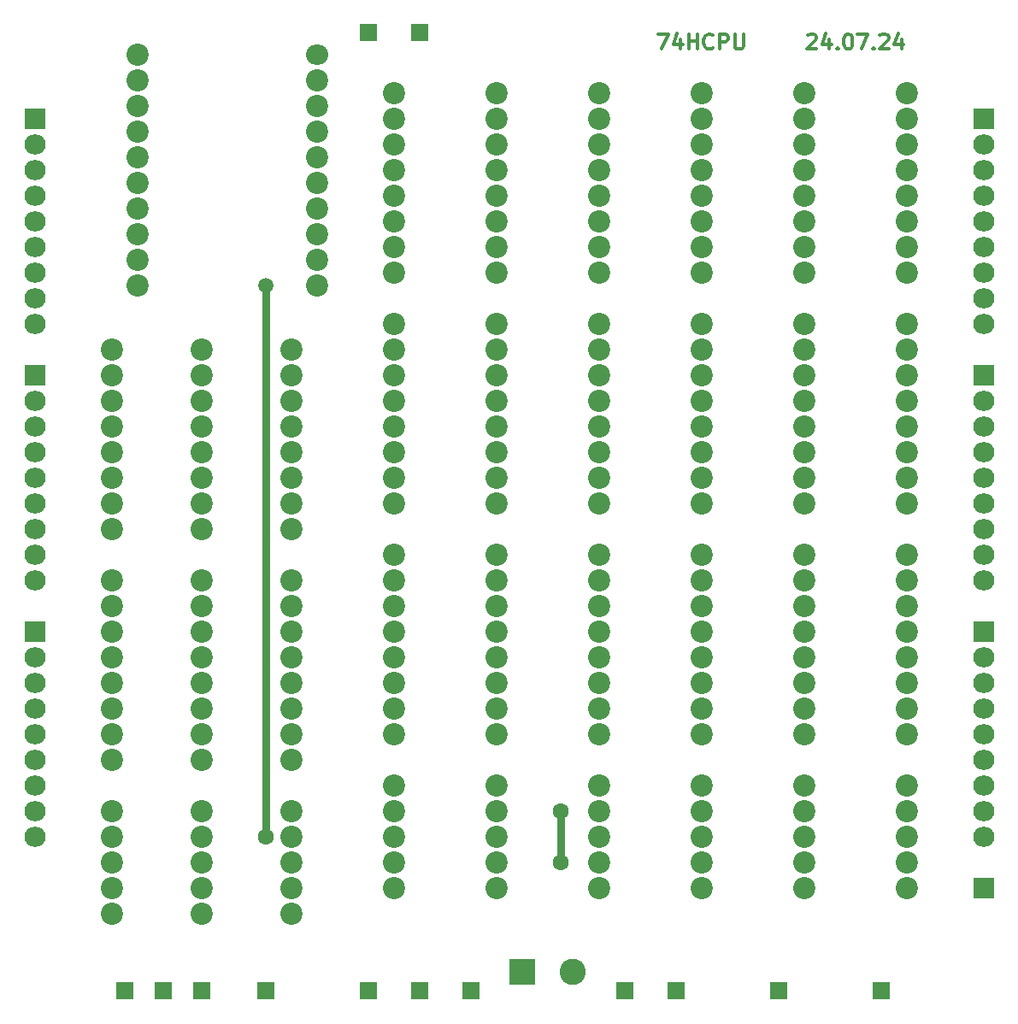
<source format=gbr>
%TF.GenerationSoftware,KiCad,Pcbnew,(5.1.8)-1*%
%TF.CreationDate,2024-07-24T00:58:39+03:00*%
%TF.ProjectId,ALU,414c552e-6b69-4636-9164-5f7063625858,rev?*%
%TF.SameCoordinates,Original*%
%TF.FileFunction,Copper,L1,Top*%
%TF.FilePolarity,Positive*%
%FSLAX46Y46*%
G04 Gerber Fmt 4.6, Leading zero omitted, Abs format (unit mm)*
G04 Created by KiCad (PCBNEW (5.1.8)-1) date 2024-07-24 00:58:39*
%MOMM*%
%LPD*%
G01*
G04 APERTURE LIST*
%TA.AperFunction,NonConductor*%
%ADD10C,0.300000*%
%TD*%
%TA.AperFunction,ComponentPad*%
%ADD11C,2.200000*%
%TD*%
%TA.AperFunction,ComponentPad*%
%ADD12R,1.700000X1.700000*%
%TD*%
%TA.AperFunction,ComponentPad*%
%ADD13O,2.200000X2.000000*%
%TD*%
%TA.AperFunction,ComponentPad*%
%ADD14O,2.100000X2.000000*%
%TD*%
%TA.AperFunction,ComponentPad*%
%ADD15R,2.100000X2.000000*%
%TD*%
%TA.AperFunction,ComponentPad*%
%ADD16R,2.600000X2.600000*%
%TD*%
%TA.AperFunction,ComponentPad*%
%ADD17C,2.600000*%
%TD*%
%TA.AperFunction,ViaPad*%
%ADD18C,1.600000*%
%TD*%
%TA.AperFunction,ViaPad*%
%ADD19C,1.500000*%
%TD*%
%TA.AperFunction,Conductor*%
%ADD20C,0.800000*%
%TD*%
G04 APERTURE END LIST*
D10*
X91805714Y-15831428D02*
X91877142Y-15760000D01*
X92020000Y-15688571D01*
X92377142Y-15688571D01*
X92520000Y-15760000D01*
X92591428Y-15831428D01*
X92662857Y-15974285D01*
X92662857Y-16117142D01*
X92591428Y-16331428D01*
X91734285Y-17188571D01*
X92662857Y-17188571D01*
X93948571Y-16188571D02*
X93948571Y-17188571D01*
X93591428Y-15617142D02*
X93234285Y-16688571D01*
X94162857Y-16688571D01*
X94734285Y-17045714D02*
X94805714Y-17117142D01*
X94734285Y-17188571D01*
X94662857Y-17117142D01*
X94734285Y-17045714D01*
X94734285Y-17188571D01*
X95734285Y-15688571D02*
X95877142Y-15688571D01*
X96020000Y-15760000D01*
X96091428Y-15831428D01*
X96162857Y-15974285D01*
X96234285Y-16260000D01*
X96234285Y-16617142D01*
X96162857Y-16902857D01*
X96091428Y-17045714D01*
X96020000Y-17117142D01*
X95877142Y-17188571D01*
X95734285Y-17188571D01*
X95591428Y-17117142D01*
X95520000Y-17045714D01*
X95448571Y-16902857D01*
X95377142Y-16617142D01*
X95377142Y-16260000D01*
X95448571Y-15974285D01*
X95520000Y-15831428D01*
X95591428Y-15760000D01*
X95734285Y-15688571D01*
X96734285Y-15688571D02*
X97734285Y-15688571D01*
X97091428Y-17188571D01*
X98305714Y-17045714D02*
X98377142Y-17117142D01*
X98305714Y-17188571D01*
X98234285Y-17117142D01*
X98305714Y-17045714D01*
X98305714Y-17188571D01*
X98948571Y-15831428D02*
X99020000Y-15760000D01*
X99162857Y-15688571D01*
X99520000Y-15688571D01*
X99662857Y-15760000D01*
X99734285Y-15831428D01*
X99805714Y-15974285D01*
X99805714Y-16117142D01*
X99734285Y-16331428D01*
X98877142Y-17188571D01*
X99805714Y-17188571D01*
X101091428Y-16188571D02*
X101091428Y-17188571D01*
X100734285Y-15617142D02*
X100377142Y-16688571D01*
X101305714Y-16688571D01*
X76994285Y-15688571D02*
X77994285Y-15688571D01*
X77351428Y-17188571D01*
X79208571Y-16188571D02*
X79208571Y-17188571D01*
X78851428Y-15617142D02*
X78494285Y-16688571D01*
X79422857Y-16688571D01*
X79994285Y-17188571D02*
X79994285Y-15688571D01*
X79994285Y-16402857D02*
X80851428Y-16402857D01*
X80851428Y-17188571D02*
X80851428Y-15688571D01*
X82422857Y-17045714D02*
X82351428Y-17117142D01*
X82137142Y-17188571D01*
X81994285Y-17188571D01*
X81780000Y-17117142D01*
X81637142Y-16974285D01*
X81565714Y-16831428D01*
X81494285Y-16545714D01*
X81494285Y-16331428D01*
X81565714Y-16045714D01*
X81637142Y-15902857D01*
X81780000Y-15760000D01*
X81994285Y-15688571D01*
X82137142Y-15688571D01*
X82351428Y-15760000D01*
X82422857Y-15831428D01*
X83065714Y-17188571D02*
X83065714Y-15688571D01*
X83637142Y-15688571D01*
X83780000Y-15760000D01*
X83851428Y-15831428D01*
X83922857Y-15974285D01*
X83922857Y-16188571D01*
X83851428Y-16331428D01*
X83780000Y-16402857D01*
X83637142Y-16474285D01*
X83065714Y-16474285D01*
X84565714Y-15688571D02*
X84565714Y-16902857D01*
X84637142Y-17045714D01*
X84708571Y-17117142D01*
X84851428Y-17188571D01*
X85137142Y-17188571D01*
X85280000Y-17117142D01*
X85351428Y-17045714D01*
X85422857Y-16902857D01*
X85422857Y-15688571D01*
D11*
%TO.P,U9,21*%
%TO.N,Net-(U9-Pad21)*%
X22860000Y-102870000D03*
%TO.P,U9,20*%
%TO.N,/~RSRV*%
X22860000Y-100330000D03*
%TO.P,U9,19*%
%TO.N,GND*%
X22860000Y-97790000D03*
%TO.P,U9,18*%
%TO.N,VCC*%
X22860000Y-95250000D03*
%TO.P,U9,17*%
%TO.N,/Latch*%
X22860000Y-92710000D03*
%TO.P,U9,16*%
%TO.N,/O7*%
X22860000Y-87630000D03*
%TO.P,U9,15*%
%TO.N,/O6*%
X22860000Y-85090000D03*
%TO.P,U9,14*%
%TO.N,/O5*%
X22860000Y-82550000D03*
%TO.P,U9,13*%
%TO.N,/O4*%
X22860000Y-80010000D03*
%TO.P,U9,12*%
%TO.N,/O3*%
X22860000Y-77470000D03*
%TO.P,U9,11*%
%TO.N,/O2*%
X22860000Y-74930000D03*
%TO.P,U9,10*%
%TO.N,/O1*%
X22860000Y-72390000D03*
%TO.P,U9,9*%
%TO.N,/O0*%
X22860000Y-69850000D03*
%TO.P,U9,8*%
%TO.N,/A7*%
X22860000Y-64770000D03*
%TO.P,U9,7*%
%TO.N,/A6*%
X22860000Y-62230000D03*
%TO.P,U9,6*%
%TO.N,/A5*%
X22860000Y-59690000D03*
%TO.P,U9,5*%
%TO.N,/A4*%
X22860000Y-57150000D03*
%TO.P,U9,4*%
%TO.N,/A3*%
X22860000Y-54610000D03*
%TO.P,U9,3*%
%TO.N,/A2*%
X22860000Y-52070000D03*
%TO.P,U9,2*%
%TO.N,/A1*%
X22860000Y-49530000D03*
%TO.P,U9,1*%
%TO.N,/A0*%
X22860000Y-46990000D03*
%TD*%
D12*
%TO.P,J14,1*%
%TO.N,/INVH*%
X53340000Y-15557500D03*
%TD*%
%TO.P,J13,1*%
%TO.N,/INVL*%
X48260000Y-15557500D03*
%TD*%
%TO.P,J12,1*%
%TO.N,/~RSRV*%
X24130000Y-110490000D03*
%TD*%
D13*
%TO.P,U10,20*%
%TO.N,VCC*%
X43180000Y-17780000D03*
D11*
%TO.P,U10,19*%
%TO.N,/B0*%
X43180000Y-20320000D03*
%TO.P,U10,18*%
%TO.N,/B1*%
X43180000Y-22860000D03*
%TO.P,U10,17*%
%TO.N,/B2*%
X43180000Y-25400000D03*
%TO.P,U10,16*%
%TO.N,/B3*%
X43180000Y-27940000D03*
%TO.P,U10,15*%
%TO.N,/B4*%
X43180000Y-30480000D03*
%TO.P,U10,14*%
%TO.N,/B5*%
X43180000Y-33020000D03*
%TO.P,U10,13*%
%TO.N,/B6*%
X43180000Y-35560000D03*
%TO.P,U10,12*%
%TO.N,/B7*%
X43180000Y-38100000D03*
%TO.P,U10,11*%
%TO.N,/INVH*%
X43180000Y-40640000D03*
%TO.P,U10,10*%
%TO.N,GND*%
X25400000Y-40640000D03*
%TO.P,U10,9*%
%TO.N,/B7'*%
X25400000Y-38100000D03*
%TO.P,U10,8*%
%TO.N,/B6'*%
X25400000Y-35560000D03*
%TO.P,U10,7*%
%TO.N,/B5'*%
X25400000Y-33020000D03*
%TO.P,U10,6*%
%TO.N,/B4'*%
X25400000Y-30480000D03*
%TO.P,U10,5*%
%TO.N,/B3'*%
X25400000Y-27940000D03*
%TO.P,U10,4*%
%TO.N,/B2'*%
X25400000Y-25400000D03*
%TO.P,U10,3*%
%TO.N,/B1'*%
X25400000Y-22860000D03*
%TO.P,U10,2*%
%TO.N,/B0'*%
X25400000Y-20320000D03*
%TO.P,U10,1*%
%TO.N,/INVL*%
X25400000Y-17780000D03*
%TD*%
D12*
%TO.P,J11,1*%
%TO.N,/~SWAP*%
X38100000Y-110490000D03*
%TD*%
D14*
%TO.P,J10,9*%
%TO.N,/O7*%
X109220000Y-95250000D03*
%TO.P,J10,8*%
%TO.N,/O6*%
X109220000Y-92710000D03*
%TO.P,J10,7*%
%TO.N,/O5*%
X109220000Y-90170000D03*
%TO.P,J10,6*%
%TO.N,/O4*%
X109220000Y-87630000D03*
%TO.P,J10,5*%
%TO.N,/O3*%
X109220000Y-85090000D03*
%TO.P,J10,4*%
%TO.N,/O2*%
X109220000Y-82550000D03*
%TO.P,J10,3*%
%TO.N,/O1*%
X109220000Y-80010000D03*
%TO.P,J10,2*%
%TO.N,/O0*%
X109220000Y-77470000D03*
D15*
%TO.P,J10,1*%
%TO.N,GND*%
X109220000Y-74930000D03*
%TD*%
D14*
%TO.P,J9,9*%
%TO.N,/A7*%
X109220000Y-69850000D03*
%TO.P,J9,8*%
%TO.N,/A6*%
X109220000Y-67310000D03*
%TO.P,J9,7*%
%TO.N,/A5*%
X109220000Y-64770000D03*
%TO.P,J9,6*%
%TO.N,/A4*%
X109220000Y-62230000D03*
%TO.P,J9,5*%
%TO.N,/A3*%
X109220000Y-59690000D03*
%TO.P,J9,4*%
%TO.N,/A2*%
X109220000Y-57150000D03*
%TO.P,J9,3*%
%TO.N,/A1*%
X109220000Y-54610000D03*
%TO.P,J9,2*%
%TO.N,/A0*%
X109220000Y-52070000D03*
D15*
%TO.P,J9,1*%
%TO.N,GND*%
X109220000Y-49530000D03*
%TD*%
D14*
%TO.P,J8,9*%
%TO.N,/B7*%
X109220000Y-44450000D03*
%TO.P,J8,8*%
%TO.N,/B6*%
X109220000Y-41910000D03*
%TO.P,J8,7*%
%TO.N,/B5*%
X109220000Y-39370000D03*
%TO.P,J8,6*%
%TO.N,/B4*%
X109220000Y-36830000D03*
%TO.P,J8,5*%
%TO.N,/B3*%
X109220000Y-34290000D03*
%TO.P,J8,4*%
%TO.N,/B2*%
X109220000Y-31750000D03*
%TO.P,J8,3*%
%TO.N,/B1*%
X109220000Y-29210000D03*
%TO.P,J8,2*%
%TO.N,/B0*%
X109220000Y-26670000D03*
D15*
%TO.P,J8,1*%
%TO.N,GND*%
X109220000Y-24130000D03*
%TD*%
D11*
%TO.P,U8,21*%
%TO.N,Net-(U8-Pad21)*%
X40640000Y-102870000D03*
%TO.P,U8,20*%
%TO.N,/~SWAP*%
X40640000Y-100330000D03*
%TO.P,U8,19*%
%TO.N,GND*%
X40640000Y-97790000D03*
%TO.P,U8,18*%
%TO.N,VCC*%
X40640000Y-95250000D03*
%TO.P,U8,17*%
%TO.N,/Latch*%
X40640000Y-92710000D03*
%TO.P,U8,16*%
%TO.N,/O7*%
X40640000Y-87630000D03*
%TO.P,U8,15*%
%TO.N,/O6*%
X40640000Y-85090000D03*
%TO.P,U8,14*%
%TO.N,/O5*%
X40640000Y-82550000D03*
%TO.P,U8,13*%
%TO.N,/O4*%
X40640000Y-80010000D03*
%TO.P,U8,12*%
%TO.N,/O3*%
X40640000Y-77470000D03*
%TO.P,U8,11*%
%TO.N,/O2*%
X40640000Y-74930000D03*
%TO.P,U8,10*%
%TO.N,/O1*%
X40640000Y-72390000D03*
%TO.P,U8,9*%
%TO.N,/O0*%
X40640000Y-69850000D03*
%TO.P,U8,8*%
%TO.N,/A7*%
X40640000Y-64770000D03*
%TO.P,U8,7*%
%TO.N,/A6*%
X40640000Y-62230000D03*
%TO.P,U8,6*%
%TO.N,/A5*%
X40640000Y-59690000D03*
%TO.P,U8,5*%
%TO.N,/A4*%
X40640000Y-57150000D03*
%TO.P,U8,4*%
%TO.N,/A3*%
X40640000Y-54610000D03*
%TO.P,U8,3*%
%TO.N,/A2*%
X40640000Y-52070000D03*
%TO.P,U8,2*%
%TO.N,/A1*%
X40640000Y-49530000D03*
%TO.P,U8,1*%
%TO.N,/A0*%
X40640000Y-46990000D03*
%TD*%
D12*
%TO.P,J6,1*%
%TO.N,/UseCF2*%
X27940000Y-110490000D03*
%TD*%
%TO.P,J5,1*%
%TO.N,/~LSRx*%
X31750000Y-110490000D03*
%TD*%
D11*
%TO.P,U5,29*%
%TO.N,Net-(U5-Pad29)*%
X91440000Y-100330000D03*
%TO.P,U5,28*%
%TO.N,/CMP.Expand*%
X91440000Y-97790000D03*
%TO.P,U5,27*%
%TO.N,GND*%
X91440000Y-95250000D03*
%TO.P,U5,26*%
%TO.N,VCC*%
X91440000Y-92710000D03*
%TO.P,U5,25*%
%TO.N,/Latch*%
X91440000Y-90170000D03*
%TO.P,U5,24*%
%TO.N,/O7*%
X91440000Y-85090000D03*
%TO.P,U5,23*%
%TO.N,/O6*%
X91440000Y-82550000D03*
%TO.P,U5,22*%
%TO.N,/O5*%
X91440000Y-80010000D03*
%TO.P,U5,21*%
%TO.N,/O4*%
X91440000Y-77470000D03*
%TO.P,U5,20*%
%TO.N,/O3*%
X91440000Y-74930000D03*
%TO.P,U5,19*%
%TO.N,/O2*%
X91440000Y-72390000D03*
%TO.P,U5,18*%
%TO.N,/O1*%
X91440000Y-69850000D03*
%TO.P,U5,17*%
%TO.N,/O0*%
X91440000Y-67310000D03*
%TO.P,U5,16*%
%TO.N,/A7*%
X91440000Y-62230000D03*
%TO.P,U5,15*%
%TO.N,/A6*%
X91440000Y-59690000D03*
%TO.P,U5,14*%
%TO.N,/A5*%
X91440000Y-57150000D03*
%TO.P,U5,13*%
%TO.N,/A4*%
X91440000Y-54610000D03*
%TO.P,U5,12*%
%TO.N,/A3*%
X91440000Y-52070000D03*
%TO.P,U5,11*%
%TO.N,/A2*%
X91440000Y-49530000D03*
%TO.P,U5,10*%
%TO.N,/A1*%
X91440000Y-46990000D03*
%TO.P,U5,9*%
%TO.N,/A0*%
X91440000Y-44450000D03*
%TO.P,U5,8*%
%TO.N,/B7*%
X91440000Y-39370000D03*
%TO.P,U5,7*%
%TO.N,/B6*%
X91440000Y-36830000D03*
%TO.P,U5,6*%
%TO.N,/B5*%
X91440000Y-34290000D03*
%TO.P,U5,5*%
%TO.N,/B4*%
X91440000Y-31750000D03*
%TO.P,U5,4*%
%TO.N,/B3*%
X91440000Y-29210000D03*
%TO.P,U5,3*%
%TO.N,/B2*%
X91440000Y-26670000D03*
%TO.P,U5,2*%
%TO.N,/B1*%
X91440000Y-24130000D03*
%TO.P,U5,1*%
%TO.N,/B0*%
X91440000Y-21590000D03*
%TD*%
D16*
%TO.P,J7,1*%
%TO.N,GND*%
X63500000Y-108585000D03*
D17*
%TO.P,J7,2*%
%TO.N,Net-(J7-Pad2)*%
X68500000Y-108585000D03*
%TD*%
D11*
%TO.P,U1,1*%
%TO.N,/B0*%
X50800000Y-21590000D03*
%TO.P,U1,2*%
%TO.N,/B1*%
X50800000Y-24130000D03*
%TO.P,U1,3*%
%TO.N,/B2*%
X50800000Y-26670000D03*
%TO.P,U1,4*%
%TO.N,/B3*%
X50800000Y-29210000D03*
%TO.P,U1,5*%
%TO.N,/B4*%
X50800000Y-31750000D03*
%TO.P,U1,6*%
%TO.N,/B5*%
X50800000Y-34290000D03*
%TO.P,U1,7*%
%TO.N,/B6*%
X50800000Y-36830000D03*
%TO.P,U1,8*%
%TO.N,/B7*%
X50800000Y-39370000D03*
%TO.P,U1,9*%
%TO.N,/A0*%
X50800000Y-44450000D03*
%TO.P,U1,10*%
%TO.N,/A1*%
X50800000Y-46990000D03*
%TO.P,U1,11*%
%TO.N,/A2*%
X50800000Y-49530000D03*
%TO.P,U1,12*%
%TO.N,/A3*%
X50800000Y-52070000D03*
%TO.P,U1,13*%
%TO.N,/A4*%
X50800000Y-54610000D03*
%TO.P,U1,14*%
%TO.N,/A5*%
X50800000Y-57150000D03*
%TO.P,U1,15*%
%TO.N,/A6*%
X50800000Y-59690000D03*
%TO.P,U1,16*%
%TO.N,/A7*%
X50800000Y-62230000D03*
%TO.P,U1,17*%
%TO.N,/O0*%
X50800000Y-67310000D03*
%TO.P,U1,18*%
%TO.N,/O1*%
X50800000Y-69850000D03*
%TO.P,U1,19*%
%TO.N,/O2*%
X50800000Y-72390000D03*
%TO.P,U1,20*%
%TO.N,/O3*%
X50800000Y-74930000D03*
%TO.P,U1,21*%
%TO.N,/O4*%
X50800000Y-77470000D03*
%TO.P,U1,22*%
%TO.N,/O5*%
X50800000Y-80010000D03*
%TO.P,U1,23*%
%TO.N,/O6*%
X50800000Y-82550000D03*
%TO.P,U1,24*%
%TO.N,/O7*%
X50800000Y-85090000D03*
%TO.P,U1,25*%
%TO.N,/Latch*%
X50800000Y-90170000D03*
%TO.P,U1,26*%
%TO.N,VCC*%
X50800000Y-92710000D03*
%TO.P,U1,27*%
%TO.N,GND*%
X50800000Y-95250000D03*
%TO.P,U1,28*%
%TO.N,/UseCF*%
X50800000Y-97790000D03*
%TO.P,U1,29*%
%TO.N,/~ADDx*%
X50800000Y-100330000D03*
%TD*%
%TO.P,U2,29*%
%TO.N,Net-(U2-Pad29)*%
X60960000Y-100330000D03*
%TO.P,U2,28*%
%TO.N,/~AND*%
X60960000Y-97790000D03*
%TO.P,U2,27*%
%TO.N,GND*%
X60960000Y-95250000D03*
%TO.P,U2,26*%
%TO.N,VCC*%
X60960000Y-92710000D03*
%TO.P,U2,25*%
%TO.N,/Latch*%
X60960000Y-90170000D03*
%TO.P,U2,24*%
%TO.N,/O7*%
X60960000Y-85090000D03*
%TO.P,U2,23*%
%TO.N,/O6*%
X60960000Y-82550000D03*
%TO.P,U2,22*%
%TO.N,/O5*%
X60960000Y-80010000D03*
%TO.P,U2,21*%
%TO.N,/O4*%
X60960000Y-77470000D03*
%TO.P,U2,20*%
%TO.N,/O3*%
X60960000Y-74930000D03*
%TO.P,U2,19*%
%TO.N,/O2*%
X60960000Y-72390000D03*
%TO.P,U2,18*%
%TO.N,/O1*%
X60960000Y-69850000D03*
%TO.P,U2,17*%
%TO.N,/O0*%
X60960000Y-67310000D03*
%TO.P,U2,16*%
%TO.N,/A7*%
X60960000Y-62230000D03*
%TO.P,U2,15*%
%TO.N,/A6*%
X60960000Y-59690000D03*
%TO.P,U2,14*%
%TO.N,/A5*%
X60960000Y-57150000D03*
%TO.P,U2,13*%
%TO.N,/A4*%
X60960000Y-54610000D03*
%TO.P,U2,12*%
%TO.N,/A3*%
X60960000Y-52070000D03*
%TO.P,U2,11*%
%TO.N,/A2*%
X60960000Y-49530000D03*
%TO.P,U2,10*%
%TO.N,/A1*%
X60960000Y-46990000D03*
%TO.P,U2,9*%
%TO.N,/A0*%
X60960000Y-44450000D03*
%TO.P,U2,8*%
%TO.N,/B7*%
X60960000Y-39370000D03*
%TO.P,U2,7*%
%TO.N,/B6*%
X60960000Y-36830000D03*
%TO.P,U2,6*%
%TO.N,/B5*%
X60960000Y-34290000D03*
%TO.P,U2,5*%
%TO.N,/B4*%
X60960000Y-31750000D03*
%TO.P,U2,4*%
%TO.N,/B3*%
X60960000Y-29210000D03*
%TO.P,U2,3*%
%TO.N,/B2*%
X60960000Y-26670000D03*
%TO.P,U2,2*%
%TO.N,/B1*%
X60960000Y-24130000D03*
%TO.P,U2,1*%
%TO.N,/B0*%
X60960000Y-21590000D03*
%TD*%
%TO.P,U3,1*%
%TO.N,/B0*%
X71120000Y-21590000D03*
%TO.P,U3,2*%
%TO.N,/B1*%
X71120000Y-24130000D03*
%TO.P,U3,3*%
%TO.N,/B2*%
X71120000Y-26670000D03*
%TO.P,U3,4*%
%TO.N,/B3*%
X71120000Y-29210000D03*
%TO.P,U3,5*%
%TO.N,/B4*%
X71120000Y-31750000D03*
%TO.P,U3,6*%
%TO.N,/B5*%
X71120000Y-34290000D03*
%TO.P,U3,7*%
%TO.N,/B6*%
X71120000Y-36830000D03*
%TO.P,U3,8*%
%TO.N,/B7*%
X71120000Y-39370000D03*
%TO.P,U3,9*%
%TO.N,/A0*%
X71120000Y-44450000D03*
%TO.P,U3,10*%
%TO.N,/A1*%
X71120000Y-46990000D03*
%TO.P,U3,11*%
%TO.N,/A2*%
X71120000Y-49530000D03*
%TO.P,U3,12*%
%TO.N,/A3*%
X71120000Y-52070000D03*
%TO.P,U3,13*%
%TO.N,/A4*%
X71120000Y-54610000D03*
%TO.P,U3,14*%
%TO.N,/A5*%
X71120000Y-57150000D03*
%TO.P,U3,15*%
%TO.N,/A6*%
X71120000Y-59690000D03*
%TO.P,U3,16*%
%TO.N,/A7*%
X71120000Y-62230000D03*
%TO.P,U3,17*%
%TO.N,/O0*%
X71120000Y-67310000D03*
%TO.P,U3,18*%
%TO.N,/O1*%
X71120000Y-69850000D03*
%TO.P,U3,19*%
%TO.N,/O2*%
X71120000Y-72390000D03*
%TO.P,U3,20*%
%TO.N,/O3*%
X71120000Y-74930000D03*
%TO.P,U3,21*%
%TO.N,/O4*%
X71120000Y-77470000D03*
%TO.P,U3,22*%
%TO.N,/O5*%
X71120000Y-80010000D03*
%TO.P,U3,23*%
%TO.N,/O6*%
X71120000Y-82550000D03*
%TO.P,U3,24*%
%TO.N,/O7*%
X71120000Y-85090000D03*
%TO.P,U3,25*%
%TO.N,/Latch*%
X71120000Y-90170000D03*
%TO.P,U3,26*%
%TO.N,VCC*%
X71120000Y-92710000D03*
%TO.P,U3,27*%
%TO.N,GND*%
X71120000Y-95250000D03*
%TO.P,U3,28*%
%TO.N,/~OR*%
X71120000Y-97790000D03*
%TO.P,U3,29*%
%TO.N,Net-(U3-Pad29)*%
X71120000Y-100330000D03*
%TD*%
%TO.P,U4,1*%
%TO.N,/B0*%
X81280000Y-21590000D03*
%TO.P,U4,2*%
%TO.N,/B1*%
X81280000Y-24130000D03*
%TO.P,U4,3*%
%TO.N,/B2*%
X81280000Y-26670000D03*
%TO.P,U4,4*%
%TO.N,/B3*%
X81280000Y-29210000D03*
%TO.P,U4,5*%
%TO.N,/B4*%
X81280000Y-31750000D03*
%TO.P,U4,6*%
%TO.N,/B5*%
X81280000Y-34290000D03*
%TO.P,U4,7*%
%TO.N,/B6*%
X81280000Y-36830000D03*
%TO.P,U4,8*%
%TO.N,/B7*%
X81280000Y-39370000D03*
%TO.P,U4,9*%
%TO.N,/A0*%
X81280000Y-44450000D03*
%TO.P,U4,10*%
%TO.N,/A1*%
X81280000Y-46990000D03*
%TO.P,U4,11*%
%TO.N,/A2*%
X81280000Y-49530000D03*
%TO.P,U4,12*%
%TO.N,/A3*%
X81280000Y-52070000D03*
%TO.P,U4,13*%
%TO.N,/A4*%
X81280000Y-54610000D03*
%TO.P,U4,14*%
%TO.N,/A5*%
X81280000Y-57150000D03*
%TO.P,U4,15*%
%TO.N,/A6*%
X81280000Y-59690000D03*
%TO.P,U4,16*%
%TO.N,/A7*%
X81280000Y-62230000D03*
%TO.P,U4,17*%
%TO.N,/O0*%
X81280000Y-67310000D03*
%TO.P,U4,18*%
%TO.N,/O1*%
X81280000Y-69850000D03*
%TO.P,U4,19*%
%TO.N,/O2*%
X81280000Y-72390000D03*
%TO.P,U4,20*%
%TO.N,/O3*%
X81280000Y-74930000D03*
%TO.P,U4,21*%
%TO.N,/O4*%
X81280000Y-77470000D03*
%TO.P,U4,22*%
%TO.N,/O5*%
X81280000Y-80010000D03*
%TO.P,U4,23*%
%TO.N,/O6*%
X81280000Y-82550000D03*
%TO.P,U4,24*%
%TO.N,/O7*%
X81280000Y-85090000D03*
%TO.P,U4,25*%
%TO.N,/Latch*%
X81280000Y-90170000D03*
%TO.P,U4,26*%
%TO.N,VCC*%
X81280000Y-92710000D03*
%TO.P,U4,27*%
%TO.N,GND*%
X81280000Y-95250000D03*
%TO.P,U4,28*%
%TO.N,/~XOR*%
X81280000Y-97790000D03*
%TO.P,U4,29*%
%TO.N,Net-(U4-Pad29)*%
X81280000Y-100330000D03*
%TD*%
D15*
%TO.P,J4,1*%
%TO.N,/Latch*%
X109220000Y-100330000D03*
%TD*%
D12*
%TO.P,J25,1*%
%TO.N,/~MOV*%
X99060000Y-110490000D03*
%TD*%
%TO.P,J26,1*%
%TO.N,/~XOR*%
X78740000Y-110490000D03*
%TD*%
%TO.P,J27,1*%
%TO.N,/~OR*%
X73660000Y-110490000D03*
%TD*%
%TO.P,J28,1*%
%TO.N,/~AND*%
X58420000Y-110490000D03*
%TD*%
%TO.P,J30,1*%
%TO.N,/~ADDx*%
X53340000Y-110490000D03*
%TD*%
%TO.P,J31,1*%
%TO.N,/UseCF*%
X48260000Y-110490000D03*
%TD*%
%TO.P,J41,1*%
%TO.N,/CMP.Expand*%
X88900000Y-110490000D03*
%TD*%
D11*
%TO.P,U6,29*%
%TO.N,Net-(U6-Pad29)*%
X101600000Y-100330000D03*
%TO.P,U6,28*%
%TO.N,/~MOV*%
X101600000Y-97790000D03*
%TO.P,U6,27*%
%TO.N,GND*%
X101600000Y-95250000D03*
%TO.P,U6,26*%
%TO.N,VCC*%
X101600000Y-92710000D03*
%TO.P,U6,25*%
%TO.N,/Latch*%
X101600000Y-90170000D03*
%TO.P,U6,24*%
%TO.N,/O7*%
X101600000Y-85090000D03*
%TO.P,U6,23*%
%TO.N,/O6*%
X101600000Y-82550000D03*
%TO.P,U6,22*%
%TO.N,/O5*%
X101600000Y-80010000D03*
%TO.P,U6,21*%
%TO.N,/O4*%
X101600000Y-77470000D03*
%TO.P,U6,20*%
%TO.N,/O3*%
X101600000Y-74930000D03*
%TO.P,U6,19*%
%TO.N,/O2*%
X101600000Y-72390000D03*
%TO.P,U6,18*%
%TO.N,/O1*%
X101600000Y-69850000D03*
%TO.P,U6,17*%
%TO.N,/O0*%
X101600000Y-67310000D03*
%TO.P,U6,16*%
%TO.N,/A7*%
X101600000Y-62230000D03*
%TO.P,U6,15*%
%TO.N,/A6*%
X101600000Y-59690000D03*
%TO.P,U6,14*%
%TO.N,/A5*%
X101600000Y-57150000D03*
%TO.P,U6,13*%
%TO.N,/A4*%
X101600000Y-54610000D03*
%TO.P,U6,12*%
%TO.N,/A3*%
X101600000Y-52070000D03*
%TO.P,U6,11*%
%TO.N,/A2*%
X101600000Y-49530000D03*
%TO.P,U6,10*%
%TO.N,/A1*%
X101600000Y-46990000D03*
%TO.P,U6,9*%
%TO.N,/A0*%
X101600000Y-44450000D03*
%TO.P,U6,8*%
%TO.N,/B7*%
X101600000Y-39370000D03*
%TO.P,U6,7*%
%TO.N,/B6*%
X101600000Y-36830000D03*
%TO.P,U6,6*%
%TO.N,/B5*%
X101600000Y-34290000D03*
%TO.P,U6,5*%
%TO.N,/B4*%
X101600000Y-31750000D03*
%TO.P,U6,4*%
%TO.N,/B3*%
X101600000Y-29210000D03*
%TO.P,U6,3*%
%TO.N,/B2*%
X101600000Y-26670000D03*
%TO.P,U6,2*%
%TO.N,/B1*%
X101600000Y-24130000D03*
%TO.P,U6,1*%
%TO.N,/B0*%
X101600000Y-21590000D03*
%TD*%
%TO.P,U7,1*%
%TO.N,/A0*%
X31750000Y-46990000D03*
%TO.P,U7,2*%
%TO.N,/A1*%
X31750000Y-49530000D03*
%TO.P,U7,3*%
%TO.N,/A2*%
X31750000Y-52070000D03*
%TO.P,U7,4*%
%TO.N,/A3*%
X31750000Y-54610000D03*
%TO.P,U7,5*%
%TO.N,/A4*%
X31750000Y-57150000D03*
%TO.P,U7,6*%
%TO.N,/A5*%
X31750000Y-59690000D03*
%TO.P,U7,7*%
%TO.N,/A6*%
X31750000Y-62230000D03*
%TO.P,U7,8*%
%TO.N,/A7*%
X31750000Y-64770000D03*
%TO.P,U7,9*%
%TO.N,/O0*%
X31750000Y-69850000D03*
%TO.P,U7,10*%
%TO.N,/O1*%
X31750000Y-72390000D03*
%TO.P,U7,11*%
%TO.N,/O2*%
X31750000Y-74930000D03*
%TO.P,U7,12*%
%TO.N,/O3*%
X31750000Y-77470000D03*
%TO.P,U7,13*%
%TO.N,/O4*%
X31750000Y-80010000D03*
%TO.P,U7,14*%
%TO.N,/O5*%
X31750000Y-82550000D03*
%TO.P,U7,15*%
%TO.N,/O6*%
X31750000Y-85090000D03*
%TO.P,U7,16*%
%TO.N,/O7*%
X31750000Y-87630000D03*
%TO.P,U7,17*%
%TO.N,/Latch*%
X31750000Y-92710000D03*
%TO.P,U7,18*%
%TO.N,VCC*%
X31750000Y-95250000D03*
%TO.P,U7,19*%
%TO.N,GND*%
X31750000Y-97790000D03*
%TO.P,U7,20*%
%TO.N,/UseCF2*%
X31750000Y-100330000D03*
%TO.P,U7,21*%
%TO.N,/~LSRx*%
X31750000Y-102870000D03*
%TD*%
D15*
%TO.P,J1,1*%
%TO.N,GND*%
X15240000Y-24130000D03*
D14*
%TO.P,J1,2*%
%TO.N,/B0'*%
X15240000Y-26670000D03*
%TO.P,J1,3*%
%TO.N,/B1'*%
X15240000Y-29210000D03*
%TO.P,J1,4*%
%TO.N,/B2'*%
X15240000Y-31750000D03*
%TO.P,J1,5*%
%TO.N,/B3'*%
X15240000Y-34290000D03*
%TO.P,J1,6*%
%TO.N,/B4'*%
X15240000Y-36830000D03*
%TO.P,J1,7*%
%TO.N,/B5'*%
X15240000Y-39370000D03*
%TO.P,J1,8*%
%TO.N,/B6'*%
X15240000Y-41910000D03*
%TO.P,J1,9*%
%TO.N,/B7'*%
X15240000Y-44450000D03*
%TD*%
%TO.P,J2,9*%
%TO.N,/A7*%
X15240000Y-69850000D03*
%TO.P,J2,8*%
%TO.N,/A6*%
X15240000Y-67310000D03*
%TO.P,J2,7*%
%TO.N,/A5*%
X15240000Y-64770000D03*
%TO.P,J2,6*%
%TO.N,/A4*%
X15240000Y-62230000D03*
%TO.P,J2,5*%
%TO.N,/A3*%
X15240000Y-59690000D03*
%TO.P,J2,4*%
%TO.N,/A2*%
X15240000Y-57150000D03*
%TO.P,J2,3*%
%TO.N,/A1*%
X15240000Y-54610000D03*
%TO.P,J2,2*%
%TO.N,/A0*%
X15240000Y-52070000D03*
D15*
%TO.P,J2,1*%
%TO.N,GND*%
X15240000Y-49530000D03*
%TD*%
%TO.P,J3,1*%
%TO.N,GND*%
X15240000Y-74930000D03*
D14*
%TO.P,J3,2*%
%TO.N,/O0*%
X15240000Y-77470000D03*
%TO.P,J3,3*%
%TO.N,/O1*%
X15240000Y-80010000D03*
%TO.P,J3,4*%
%TO.N,/O2*%
X15240000Y-82550000D03*
%TO.P,J3,5*%
%TO.N,/O3*%
X15240000Y-85090000D03*
%TO.P,J3,6*%
%TO.N,/O4*%
X15240000Y-87630000D03*
%TO.P,J3,7*%
%TO.N,/O5*%
X15240000Y-90170000D03*
%TO.P,J3,8*%
%TO.N,/O6*%
X15240000Y-92710000D03*
%TO.P,J3,9*%
%TO.N,/O7*%
X15240000Y-95250000D03*
%TD*%
D18*
%TO.N,VCC*%
X67310000Y-92710000D03*
X67310000Y-97790000D03*
X38100000Y-95250000D03*
D19*
X38100000Y-40640000D03*
%TD*%
D20*
%TO.N,VCC*%
X67310000Y-92710000D02*
X67310000Y-97790000D01*
X38100000Y-43180000D02*
X38100000Y-95250000D01*
X38100000Y-40640000D02*
X38100000Y-43180000D01*
%TD*%
M02*

</source>
